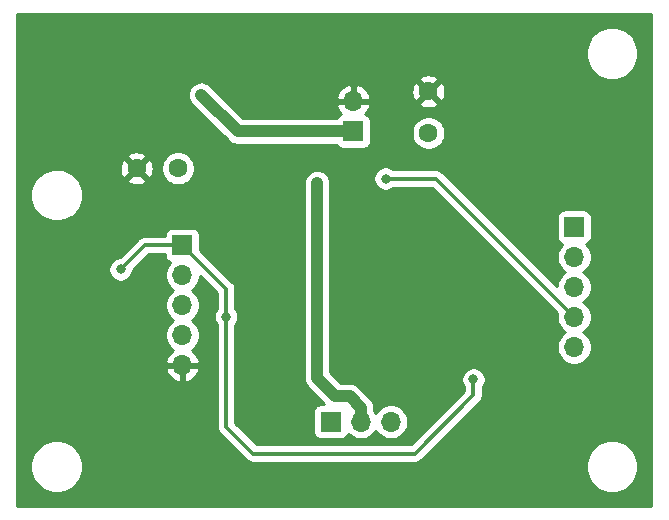
<source format=gbr>
%TF.GenerationSoftware,KiCad,Pcbnew,5.1.10-88a1d61d58~90~ubuntu20.04.1*%
%TF.CreationDate,2021-10-19T17:00:37+01:00*%
%TF.ProjectId,L6235-breakout,4c363233-352d-4627-9265-616b6f75742e,rev?*%
%TF.SameCoordinates,Original*%
%TF.FileFunction,Copper,L2,Bot*%
%TF.FilePolarity,Positive*%
%FSLAX46Y46*%
G04 Gerber Fmt 4.6, Leading zero omitted, Abs format (unit mm)*
G04 Created by KiCad (PCBNEW 5.1.10-88a1d61d58~90~ubuntu20.04.1) date 2021-10-19 17:00:37*
%MOMM*%
%LPD*%
G01*
G04 APERTURE LIST*
%TA.AperFunction,ComponentPad*%
%ADD10C,1.600000*%
%TD*%
%TA.AperFunction,ComponentPad*%
%ADD11O,1.700000X1.700000*%
%TD*%
%TA.AperFunction,ComponentPad*%
%ADD12R,1.700000X1.700000*%
%TD*%
%TA.AperFunction,ViaPad*%
%ADD13C,0.800000*%
%TD*%
%TA.AperFunction,Conductor*%
%ADD14C,1.000000*%
%TD*%
%TA.AperFunction,Conductor*%
%ADD15C,0.300000*%
%TD*%
%TA.AperFunction,Conductor*%
%ADD16C,0.254000*%
%TD*%
%TA.AperFunction,Conductor*%
%ADD17C,0.100000*%
%TD*%
G04 APERTURE END LIST*
D10*
%TO.P,C3,1*%
%TO.N,VSS*%
X36461700Y-157734000D03*
%TO.P,C3,2*%
%TO.N,GND*%
X36461700Y-154234000D03*
%TD*%
D11*
%TO.P,J1,5*%
%TO.N,TACHO*%
X48793400Y-175869600D03*
%TO.P,J1,4*%
%TO.N,BRAKE*%
X48793400Y-173329600D03*
%TO.P,J1,3*%
%TO.N,F-R*%
X48793400Y-170789600D03*
%TO.P,J1,2*%
%TO.N,Net-(J1-Pad2)*%
X48793400Y-168249600D03*
D12*
%TO.P,J1,1*%
%TO.N,Net-(J1-Pad1)*%
X48793400Y-165709600D03*
%TD*%
%TO.P,J2,1*%
%TO.N,+5V*%
X15633700Y-167246300D03*
D11*
%TO.P,J2,2*%
%TO.N,HALL1*%
X15633700Y-169786300D03*
%TO.P,J2,3*%
%TO.N,HALL2*%
X15633700Y-172326300D03*
%TO.P,J2,4*%
%TO.N,HALL3*%
X15633700Y-174866300D03*
%TO.P,J2,5*%
%TO.N,GND*%
X15633700Y-177406300D03*
%TD*%
D12*
%TO.P,J3,1*%
%TO.N,PHASE1*%
X28194000Y-182194200D03*
D11*
%TO.P,J3,2*%
%TO.N,PHASE2*%
X30734000Y-182194200D03*
%TO.P,J3,3*%
%TO.N,PHASE3*%
X33274000Y-182194200D03*
%TD*%
D12*
%TO.P,J5,1*%
%TO.N,VSS*%
X30086300Y-157607000D03*
D11*
%TO.P,J5,2*%
%TO.N,GND*%
X30086300Y-155067000D03*
%TD*%
D10*
%TO.P,C9,1*%
%TO.N,+5V*%
X15250000Y-160750000D03*
%TO.P,C9,2*%
%TO.N,GND*%
X11750000Y-160750000D03*
%TD*%
D13*
%TO.N,GND*%
X46723300Y-162128200D03*
X37907100Y-164132400D03*
X45570100Y-174647900D03*
X37907100Y-177873800D03*
X24975900Y-177424000D03*
X46800000Y-169400000D03*
%TO.N,VSS*%
X17220000Y-154530000D03*
%TO.N,+5V*%
X10388600Y-169291000D03*
X19333200Y-173287700D03*
X40260900Y-178610900D03*
%TO.N,BRAKE*%
X32829500Y-161607500D03*
%TO.N,PHASE2*%
X27025600Y-161988500D03*
%TD*%
D14*
%TO.N,VSS*%
X20297000Y-157607000D02*
X17220000Y-154530000D01*
X30086300Y-157607000D02*
X20297000Y-157607000D01*
D15*
%TO.N,+5V*%
X12433300Y-167246300D02*
X10388600Y-169291000D01*
X15633700Y-167246300D02*
X12433300Y-167246300D01*
X19333200Y-170945800D02*
X15633700Y-167246300D01*
X19333200Y-173287700D02*
X19333200Y-170945800D01*
X40260900Y-178610900D02*
X40260900Y-179944400D01*
X40260900Y-179944400D02*
X35306000Y-184899300D01*
X35306000Y-184899300D02*
X21615400Y-184899300D01*
X19333200Y-182617100D02*
X19333200Y-173287700D01*
X21615400Y-184899300D02*
X19333200Y-182617100D01*
%TO.N,BRAKE*%
X37071300Y-161607500D02*
X48793400Y-173329600D01*
X32829500Y-161607500D02*
X37071300Y-161607500D01*
D14*
%TO.N,PHASE2*%
X27025600Y-178485800D02*
X27025600Y-161988500D01*
X30734000Y-180992119D02*
X29777081Y-180035200D01*
X30734000Y-182194200D02*
X30734000Y-180992119D01*
X28575000Y-180035200D02*
X27025600Y-178485800D01*
X29777081Y-180035200D02*
X28575000Y-180035200D01*
%TD*%
D16*
%TO.N,GND*%
X55340001Y-189340000D02*
X1660000Y-189340000D01*
X1660000Y-185779872D01*
X2765000Y-185779872D01*
X2765000Y-186220128D01*
X2850890Y-186651925D01*
X3019369Y-187058669D01*
X3263962Y-187424729D01*
X3575271Y-187736038D01*
X3941331Y-187980631D01*
X4348075Y-188149110D01*
X4779872Y-188235000D01*
X5220128Y-188235000D01*
X5651925Y-188149110D01*
X6058669Y-187980631D01*
X6424729Y-187736038D01*
X6736038Y-187424729D01*
X6980631Y-187058669D01*
X7149110Y-186651925D01*
X7235000Y-186220128D01*
X7235000Y-185779872D01*
X49765000Y-185779872D01*
X49765000Y-186220128D01*
X49850890Y-186651925D01*
X50019369Y-187058669D01*
X50263962Y-187424729D01*
X50575271Y-187736038D01*
X50941331Y-187980631D01*
X51348075Y-188149110D01*
X51779872Y-188235000D01*
X52220128Y-188235000D01*
X52651925Y-188149110D01*
X53058669Y-187980631D01*
X53424729Y-187736038D01*
X53736038Y-187424729D01*
X53980631Y-187058669D01*
X54149110Y-186651925D01*
X54235000Y-186220128D01*
X54235000Y-185779872D01*
X54149110Y-185348075D01*
X53980631Y-184941331D01*
X53736038Y-184575271D01*
X53424729Y-184263962D01*
X53058669Y-184019369D01*
X52651925Y-183850890D01*
X52220128Y-183765000D01*
X51779872Y-183765000D01*
X51348075Y-183850890D01*
X50941331Y-184019369D01*
X50575271Y-184263962D01*
X50263962Y-184575271D01*
X50019369Y-184941331D01*
X49850890Y-185348075D01*
X49765000Y-185779872D01*
X7235000Y-185779872D01*
X7149110Y-185348075D01*
X6980631Y-184941331D01*
X6736038Y-184575271D01*
X6424729Y-184263962D01*
X6058669Y-184019369D01*
X5651925Y-183850890D01*
X5220128Y-183765000D01*
X4779872Y-183765000D01*
X4348075Y-183850890D01*
X3941331Y-184019369D01*
X3575271Y-184263962D01*
X3263962Y-184575271D01*
X3019369Y-184941331D01*
X2850890Y-185348075D01*
X2765000Y-185779872D01*
X1660000Y-185779872D01*
X1660000Y-177763190D01*
X14192224Y-177763190D01*
X14236875Y-177910399D01*
X14362059Y-178173220D01*
X14536112Y-178406569D01*
X14752345Y-178601478D01*
X15002448Y-178750457D01*
X15276809Y-178847781D01*
X15506700Y-178727114D01*
X15506700Y-177533300D01*
X15760700Y-177533300D01*
X15760700Y-178727114D01*
X15990591Y-178847781D01*
X16264952Y-178750457D01*
X16515055Y-178601478D01*
X16731288Y-178406569D01*
X16905341Y-178173220D01*
X17030525Y-177910399D01*
X17075176Y-177763190D01*
X16953855Y-177533300D01*
X15760700Y-177533300D01*
X15506700Y-177533300D01*
X14313545Y-177533300D01*
X14192224Y-177763190D01*
X1660000Y-177763190D01*
X1660000Y-169189061D01*
X9353600Y-169189061D01*
X9353600Y-169392939D01*
X9393374Y-169592898D01*
X9471395Y-169781256D01*
X9584663Y-169950774D01*
X9728826Y-170094937D01*
X9898344Y-170208205D01*
X10086702Y-170286226D01*
X10286661Y-170326000D01*
X10490539Y-170326000D01*
X10690498Y-170286226D01*
X10878856Y-170208205D01*
X11048374Y-170094937D01*
X11192537Y-169950774D01*
X11305805Y-169781256D01*
X11383826Y-169592898D01*
X11423600Y-169392939D01*
X11423600Y-169366157D01*
X12758458Y-168031300D01*
X14145628Y-168031300D01*
X14145628Y-168096300D01*
X14157888Y-168220782D01*
X14194198Y-168340480D01*
X14253163Y-168450794D01*
X14332515Y-168547485D01*
X14429206Y-168626837D01*
X14539520Y-168685802D01*
X14612080Y-168707813D01*
X14480225Y-168839668D01*
X14317710Y-169082889D01*
X14205768Y-169353142D01*
X14148700Y-169640040D01*
X14148700Y-169932560D01*
X14205768Y-170219458D01*
X14317710Y-170489711D01*
X14480225Y-170732932D01*
X14687068Y-170939775D01*
X14861460Y-171056300D01*
X14687068Y-171172825D01*
X14480225Y-171379668D01*
X14317710Y-171622889D01*
X14205768Y-171893142D01*
X14148700Y-172180040D01*
X14148700Y-172472560D01*
X14205768Y-172759458D01*
X14317710Y-173029711D01*
X14480225Y-173272932D01*
X14687068Y-173479775D01*
X14861460Y-173596300D01*
X14687068Y-173712825D01*
X14480225Y-173919668D01*
X14317710Y-174162889D01*
X14205768Y-174433142D01*
X14148700Y-174720040D01*
X14148700Y-175012560D01*
X14205768Y-175299458D01*
X14317710Y-175569711D01*
X14480225Y-175812932D01*
X14687068Y-176019775D01*
X14869234Y-176141495D01*
X14752345Y-176211122D01*
X14536112Y-176406031D01*
X14362059Y-176639380D01*
X14236875Y-176902201D01*
X14192224Y-177049410D01*
X14313545Y-177279300D01*
X15506700Y-177279300D01*
X15506700Y-177259300D01*
X15760700Y-177259300D01*
X15760700Y-177279300D01*
X16953855Y-177279300D01*
X17075176Y-177049410D01*
X17030525Y-176902201D01*
X16905341Y-176639380D01*
X16731288Y-176406031D01*
X16515055Y-176211122D01*
X16398166Y-176141495D01*
X16580332Y-176019775D01*
X16787175Y-175812932D01*
X16949690Y-175569711D01*
X17061632Y-175299458D01*
X17118700Y-175012560D01*
X17118700Y-174720040D01*
X17061632Y-174433142D01*
X16949690Y-174162889D01*
X16787175Y-173919668D01*
X16580332Y-173712825D01*
X16405940Y-173596300D01*
X16580332Y-173479775D01*
X16787175Y-173272932D01*
X16949690Y-173029711D01*
X17061632Y-172759458D01*
X17118700Y-172472560D01*
X17118700Y-172180040D01*
X17061632Y-171893142D01*
X16949690Y-171622889D01*
X16787175Y-171379668D01*
X16580332Y-171172825D01*
X16405940Y-171056300D01*
X16580332Y-170939775D01*
X16787175Y-170732932D01*
X16949690Y-170489711D01*
X17061632Y-170219458D01*
X17118700Y-169932560D01*
X17118700Y-169841458D01*
X18548201Y-171270959D01*
X18548200Y-172608989D01*
X18529263Y-172627926D01*
X18415995Y-172797444D01*
X18337974Y-172985802D01*
X18298200Y-173185761D01*
X18298200Y-173389639D01*
X18337974Y-173589598D01*
X18415995Y-173777956D01*
X18529263Y-173947474D01*
X18548201Y-173966412D01*
X18548200Y-182578547D01*
X18544403Y-182617100D01*
X18548200Y-182655653D01*
X18548200Y-182655660D01*
X18559559Y-182770986D01*
X18604446Y-182918959D01*
X18677338Y-183055332D01*
X18775436Y-183174864D01*
X18805390Y-183199447D01*
X21033058Y-185427116D01*
X21057636Y-185457064D01*
X21087584Y-185481642D01*
X21087587Y-185481645D01*
X21116959Y-185505750D01*
X21177167Y-185555162D01*
X21313540Y-185628054D01*
X21461512Y-185672941D01*
X21475890Y-185674357D01*
X21576839Y-185684300D01*
X21576846Y-185684300D01*
X21615399Y-185688097D01*
X21653952Y-185684300D01*
X35267447Y-185684300D01*
X35306000Y-185688097D01*
X35344553Y-185684300D01*
X35344561Y-185684300D01*
X35459887Y-185672941D01*
X35607860Y-185628054D01*
X35744233Y-185555162D01*
X35863764Y-185457064D01*
X35888347Y-185427110D01*
X40788710Y-180526747D01*
X40818664Y-180502164D01*
X40916762Y-180382633D01*
X40989654Y-180246260D01*
X41008034Y-180185670D01*
X41034542Y-180098287D01*
X41041920Y-180023374D01*
X41045900Y-179982961D01*
X41045900Y-179982956D01*
X41049697Y-179944400D01*
X41045900Y-179905844D01*
X41045900Y-179289611D01*
X41064837Y-179270674D01*
X41178105Y-179101156D01*
X41256126Y-178912798D01*
X41295900Y-178712839D01*
X41295900Y-178508961D01*
X41256126Y-178309002D01*
X41178105Y-178120644D01*
X41064837Y-177951126D01*
X40920674Y-177806963D01*
X40751156Y-177693695D01*
X40562798Y-177615674D01*
X40362839Y-177575900D01*
X40158961Y-177575900D01*
X39959002Y-177615674D01*
X39770644Y-177693695D01*
X39601126Y-177806963D01*
X39456963Y-177951126D01*
X39343695Y-178120644D01*
X39265674Y-178309002D01*
X39225900Y-178508961D01*
X39225900Y-178712839D01*
X39265674Y-178912798D01*
X39343695Y-179101156D01*
X39456963Y-179270674D01*
X39475901Y-179289612D01*
X39475901Y-179619242D01*
X34980843Y-184114300D01*
X21940558Y-184114300D01*
X20118200Y-182291943D01*
X20118200Y-178485800D01*
X25885109Y-178485800D01*
X25890600Y-178541551D01*
X25907023Y-178708298D01*
X25971924Y-178922246D01*
X26077316Y-179119423D01*
X26219151Y-179292249D01*
X26262465Y-179327796D01*
X27640796Y-180706128D01*
X27344000Y-180706128D01*
X27219518Y-180718388D01*
X27099820Y-180754698D01*
X26989506Y-180813663D01*
X26892815Y-180893015D01*
X26813463Y-180989706D01*
X26754498Y-181100020D01*
X26718188Y-181219718D01*
X26705928Y-181344200D01*
X26705928Y-183044200D01*
X26718188Y-183168682D01*
X26754498Y-183288380D01*
X26813463Y-183398694D01*
X26892815Y-183495385D01*
X26989506Y-183574737D01*
X27099820Y-183633702D01*
X27219518Y-183670012D01*
X27344000Y-183682272D01*
X29044000Y-183682272D01*
X29168482Y-183670012D01*
X29288180Y-183633702D01*
X29398494Y-183574737D01*
X29495185Y-183495385D01*
X29574537Y-183398694D01*
X29633502Y-183288380D01*
X29655513Y-183215820D01*
X29787368Y-183347675D01*
X30030589Y-183510190D01*
X30300842Y-183622132D01*
X30587740Y-183679200D01*
X30880260Y-183679200D01*
X31167158Y-183622132D01*
X31437411Y-183510190D01*
X31680632Y-183347675D01*
X31887475Y-183140832D01*
X32004000Y-182966440D01*
X32120525Y-183140832D01*
X32327368Y-183347675D01*
X32570589Y-183510190D01*
X32840842Y-183622132D01*
X33127740Y-183679200D01*
X33420260Y-183679200D01*
X33707158Y-183622132D01*
X33977411Y-183510190D01*
X34220632Y-183347675D01*
X34427475Y-183140832D01*
X34589990Y-182897611D01*
X34701932Y-182627358D01*
X34759000Y-182340460D01*
X34759000Y-182047940D01*
X34701932Y-181761042D01*
X34589990Y-181490789D01*
X34427475Y-181247568D01*
X34220632Y-181040725D01*
X33977411Y-180878210D01*
X33707158Y-180766268D01*
X33420260Y-180709200D01*
X33127740Y-180709200D01*
X32840842Y-180766268D01*
X32570589Y-180878210D01*
X32327368Y-181040725D01*
X32120525Y-181247568D01*
X32004000Y-181421960D01*
X31887475Y-181247568D01*
X31869000Y-181229093D01*
X31869000Y-181047871D01*
X31874491Y-180992119D01*
X31852577Y-180769620D01*
X31787676Y-180555672D01*
X31682284Y-180358496D01*
X31540449Y-180185670D01*
X31497140Y-180150127D01*
X30619077Y-179272064D01*
X30583530Y-179228751D01*
X30410704Y-179086916D01*
X30213528Y-178981524D01*
X29999580Y-178916623D01*
X29832833Y-178900200D01*
X29832832Y-178900200D01*
X29777081Y-178894709D01*
X29721330Y-178900200D01*
X29045132Y-178900200D01*
X28160600Y-178015669D01*
X28160600Y-161932748D01*
X28144177Y-161766001D01*
X28079276Y-161552053D01*
X28054426Y-161505561D01*
X31794500Y-161505561D01*
X31794500Y-161709439D01*
X31834274Y-161909398D01*
X31912295Y-162097756D01*
X32025563Y-162267274D01*
X32169726Y-162411437D01*
X32339244Y-162524705D01*
X32527602Y-162602726D01*
X32727561Y-162642500D01*
X32931439Y-162642500D01*
X33131398Y-162602726D01*
X33319756Y-162524705D01*
X33489274Y-162411437D01*
X33508211Y-162392500D01*
X36746143Y-162392500D01*
X47346325Y-172992682D01*
X47308400Y-173183340D01*
X47308400Y-173475860D01*
X47365468Y-173762758D01*
X47477410Y-174033011D01*
X47639925Y-174276232D01*
X47846768Y-174483075D01*
X48021160Y-174599600D01*
X47846768Y-174716125D01*
X47639925Y-174922968D01*
X47477410Y-175166189D01*
X47365468Y-175436442D01*
X47308400Y-175723340D01*
X47308400Y-176015860D01*
X47365468Y-176302758D01*
X47477410Y-176573011D01*
X47639925Y-176816232D01*
X47846768Y-177023075D01*
X48089989Y-177185590D01*
X48360242Y-177297532D01*
X48647140Y-177354600D01*
X48939660Y-177354600D01*
X49226558Y-177297532D01*
X49496811Y-177185590D01*
X49740032Y-177023075D01*
X49946875Y-176816232D01*
X50109390Y-176573011D01*
X50221332Y-176302758D01*
X50278400Y-176015860D01*
X50278400Y-175723340D01*
X50221332Y-175436442D01*
X50109390Y-175166189D01*
X49946875Y-174922968D01*
X49740032Y-174716125D01*
X49565640Y-174599600D01*
X49740032Y-174483075D01*
X49946875Y-174276232D01*
X50109390Y-174033011D01*
X50221332Y-173762758D01*
X50278400Y-173475860D01*
X50278400Y-173183340D01*
X50221332Y-172896442D01*
X50109390Y-172626189D01*
X49946875Y-172382968D01*
X49740032Y-172176125D01*
X49565640Y-172059600D01*
X49740032Y-171943075D01*
X49946875Y-171736232D01*
X50109390Y-171493011D01*
X50221332Y-171222758D01*
X50278400Y-170935860D01*
X50278400Y-170643340D01*
X50221332Y-170356442D01*
X50109390Y-170086189D01*
X49946875Y-169842968D01*
X49740032Y-169636125D01*
X49565640Y-169519600D01*
X49740032Y-169403075D01*
X49946875Y-169196232D01*
X50109390Y-168953011D01*
X50221332Y-168682758D01*
X50278400Y-168395860D01*
X50278400Y-168103340D01*
X50221332Y-167816442D01*
X50109390Y-167546189D01*
X49946875Y-167302968D01*
X49815020Y-167171113D01*
X49887580Y-167149102D01*
X49997894Y-167090137D01*
X50094585Y-167010785D01*
X50173937Y-166914094D01*
X50232902Y-166803780D01*
X50269212Y-166684082D01*
X50281472Y-166559600D01*
X50281472Y-164859600D01*
X50269212Y-164735118D01*
X50232902Y-164615420D01*
X50173937Y-164505106D01*
X50094585Y-164408415D01*
X49997894Y-164329063D01*
X49887580Y-164270098D01*
X49767882Y-164233788D01*
X49643400Y-164221528D01*
X47943400Y-164221528D01*
X47818918Y-164233788D01*
X47699220Y-164270098D01*
X47588906Y-164329063D01*
X47492215Y-164408415D01*
X47412863Y-164505106D01*
X47353898Y-164615420D01*
X47317588Y-164735118D01*
X47305328Y-164859600D01*
X47305328Y-166559600D01*
X47317588Y-166684082D01*
X47353898Y-166803780D01*
X47412863Y-166914094D01*
X47492215Y-167010785D01*
X47588906Y-167090137D01*
X47699220Y-167149102D01*
X47771780Y-167171113D01*
X47639925Y-167302968D01*
X47477410Y-167546189D01*
X47365468Y-167816442D01*
X47308400Y-168103340D01*
X47308400Y-168395860D01*
X47365468Y-168682758D01*
X47477410Y-168953011D01*
X47639925Y-169196232D01*
X47846768Y-169403075D01*
X48021160Y-169519600D01*
X47846768Y-169636125D01*
X47639925Y-169842968D01*
X47477410Y-170086189D01*
X47365468Y-170356442D01*
X47308400Y-170643340D01*
X47308400Y-170734443D01*
X37653647Y-161079690D01*
X37629064Y-161049736D01*
X37509533Y-160951638D01*
X37373160Y-160878746D01*
X37225187Y-160833859D01*
X37109861Y-160822500D01*
X37109853Y-160822500D01*
X37071300Y-160818703D01*
X37032747Y-160822500D01*
X33508211Y-160822500D01*
X33489274Y-160803563D01*
X33319756Y-160690295D01*
X33131398Y-160612274D01*
X32931439Y-160572500D01*
X32727561Y-160572500D01*
X32527602Y-160612274D01*
X32339244Y-160690295D01*
X32169726Y-160803563D01*
X32025563Y-160947726D01*
X31912295Y-161117244D01*
X31834274Y-161305602D01*
X31794500Y-161505561D01*
X28054426Y-161505561D01*
X27973884Y-161354877D01*
X27832049Y-161182051D01*
X27659223Y-161040216D01*
X27462047Y-160934824D01*
X27248099Y-160869923D01*
X27025600Y-160848009D01*
X26803102Y-160869923D01*
X26589154Y-160934824D01*
X26391978Y-161040216D01*
X26219152Y-161182051D01*
X26077317Y-161354877D01*
X25971925Y-161552053D01*
X25907024Y-161766001D01*
X25890601Y-161932748D01*
X25890600Y-178430049D01*
X25885109Y-178485800D01*
X20118200Y-178485800D01*
X20118200Y-173966411D01*
X20137137Y-173947474D01*
X20250405Y-173777956D01*
X20328426Y-173589598D01*
X20368200Y-173389639D01*
X20368200Y-173185761D01*
X20328426Y-172985802D01*
X20250405Y-172797444D01*
X20137137Y-172627926D01*
X20118200Y-172608989D01*
X20118200Y-170984352D01*
X20121997Y-170945799D01*
X20118200Y-170907246D01*
X20118200Y-170907239D01*
X20106841Y-170791913D01*
X20061954Y-170643940D01*
X19989062Y-170507567D01*
X19890964Y-170388036D01*
X19861016Y-170363458D01*
X17121772Y-167624215D01*
X17121772Y-166396300D01*
X17109512Y-166271818D01*
X17073202Y-166152120D01*
X17014237Y-166041806D01*
X16934885Y-165945115D01*
X16838194Y-165865763D01*
X16727880Y-165806798D01*
X16608182Y-165770488D01*
X16483700Y-165758228D01*
X14783700Y-165758228D01*
X14659218Y-165770488D01*
X14539520Y-165806798D01*
X14429206Y-165865763D01*
X14332515Y-165945115D01*
X14253163Y-166041806D01*
X14194198Y-166152120D01*
X14157888Y-166271818D01*
X14145628Y-166396300D01*
X14145628Y-166461300D01*
X12471852Y-166461300D01*
X12433299Y-166457503D01*
X12394746Y-166461300D01*
X12394739Y-166461300D01*
X12293790Y-166471243D01*
X12279412Y-166472659D01*
X12244972Y-166483106D01*
X12131440Y-166517546D01*
X11995067Y-166590438D01*
X11934859Y-166639850D01*
X11905487Y-166663955D01*
X11905484Y-166663958D01*
X11875536Y-166688536D01*
X11850958Y-166718484D01*
X10313443Y-168256000D01*
X10286661Y-168256000D01*
X10086702Y-168295774D01*
X9898344Y-168373795D01*
X9728826Y-168487063D01*
X9584663Y-168631226D01*
X9471395Y-168800744D01*
X9393374Y-168989102D01*
X9353600Y-169189061D01*
X1660000Y-169189061D01*
X1660000Y-162779872D01*
X2765000Y-162779872D01*
X2765000Y-163220128D01*
X2850890Y-163651925D01*
X3019369Y-164058669D01*
X3263962Y-164424729D01*
X3575271Y-164736038D01*
X3941331Y-164980631D01*
X4348075Y-165149110D01*
X4779872Y-165235000D01*
X5220128Y-165235000D01*
X5651925Y-165149110D01*
X6058669Y-164980631D01*
X6424729Y-164736038D01*
X6736038Y-164424729D01*
X6980631Y-164058669D01*
X7149110Y-163651925D01*
X7235000Y-163220128D01*
X7235000Y-162779872D01*
X7149110Y-162348075D01*
X6980631Y-161941331D01*
X6847912Y-161742702D01*
X10936903Y-161742702D01*
X11008486Y-161986671D01*
X11263996Y-162107571D01*
X11538184Y-162176300D01*
X11820512Y-162190217D01*
X12100130Y-162148787D01*
X12366292Y-162053603D01*
X12491514Y-161986671D01*
X12563097Y-161742702D01*
X11750000Y-160929605D01*
X10936903Y-161742702D01*
X6847912Y-161742702D01*
X6736038Y-161575271D01*
X6424729Y-161263962D01*
X6058669Y-161019369D01*
X5651925Y-160850890D01*
X5499205Y-160820512D01*
X10309783Y-160820512D01*
X10351213Y-161100130D01*
X10446397Y-161366292D01*
X10513329Y-161491514D01*
X10757298Y-161563097D01*
X11570395Y-160750000D01*
X11929605Y-160750000D01*
X12742702Y-161563097D01*
X12986671Y-161491514D01*
X13107571Y-161236004D01*
X13176300Y-160961816D01*
X13190217Y-160679488D01*
X13179724Y-160608665D01*
X13815000Y-160608665D01*
X13815000Y-160891335D01*
X13870147Y-161168574D01*
X13978320Y-161429727D01*
X14135363Y-161664759D01*
X14335241Y-161864637D01*
X14570273Y-162021680D01*
X14831426Y-162129853D01*
X15108665Y-162185000D01*
X15391335Y-162185000D01*
X15668574Y-162129853D01*
X15929727Y-162021680D01*
X16164759Y-161864637D01*
X16364637Y-161664759D01*
X16521680Y-161429727D01*
X16629853Y-161168574D01*
X16685000Y-160891335D01*
X16685000Y-160608665D01*
X16629853Y-160331426D01*
X16521680Y-160070273D01*
X16364637Y-159835241D01*
X16164759Y-159635363D01*
X15929727Y-159478320D01*
X15668574Y-159370147D01*
X15391335Y-159315000D01*
X15108665Y-159315000D01*
X14831426Y-159370147D01*
X14570273Y-159478320D01*
X14335241Y-159635363D01*
X14135363Y-159835241D01*
X13978320Y-160070273D01*
X13870147Y-160331426D01*
X13815000Y-160608665D01*
X13179724Y-160608665D01*
X13148787Y-160399870D01*
X13053603Y-160133708D01*
X12986671Y-160008486D01*
X12742702Y-159936903D01*
X11929605Y-160750000D01*
X11570395Y-160750000D01*
X10757298Y-159936903D01*
X10513329Y-160008486D01*
X10392429Y-160263996D01*
X10323700Y-160538184D01*
X10309783Y-160820512D01*
X5499205Y-160820512D01*
X5220128Y-160765000D01*
X4779872Y-160765000D01*
X4348075Y-160850890D01*
X3941331Y-161019369D01*
X3575271Y-161263962D01*
X3263962Y-161575271D01*
X3019369Y-161941331D01*
X2850890Y-162348075D01*
X2765000Y-162779872D01*
X1660000Y-162779872D01*
X1660000Y-159757298D01*
X10936903Y-159757298D01*
X11750000Y-160570395D01*
X12563097Y-159757298D01*
X12491514Y-159513329D01*
X12236004Y-159392429D01*
X11961816Y-159323700D01*
X11679488Y-159309783D01*
X11399870Y-159351213D01*
X11133708Y-159446397D01*
X11008486Y-159513329D01*
X10936903Y-159757298D01*
X1660000Y-159757298D01*
X1660000Y-154530000D01*
X16079509Y-154530000D01*
X16101423Y-154752498D01*
X16166324Y-154966446D01*
X16271717Y-155163622D01*
X16378012Y-155293143D01*
X19455009Y-158370141D01*
X19490551Y-158413449D01*
X19663377Y-158555284D01*
X19860553Y-158660676D01*
X19994076Y-158701180D01*
X20074500Y-158725577D01*
X20296999Y-158747491D01*
X20352751Y-158742000D01*
X28668617Y-158742000D01*
X28705763Y-158811494D01*
X28785115Y-158908185D01*
X28881806Y-158987537D01*
X28992120Y-159046502D01*
X29111818Y-159082812D01*
X29236300Y-159095072D01*
X30936300Y-159095072D01*
X31060782Y-159082812D01*
X31180480Y-159046502D01*
X31290794Y-158987537D01*
X31387485Y-158908185D01*
X31466837Y-158811494D01*
X31525802Y-158701180D01*
X31562112Y-158581482D01*
X31574372Y-158457000D01*
X31574372Y-157592665D01*
X35026700Y-157592665D01*
X35026700Y-157875335D01*
X35081847Y-158152574D01*
X35190020Y-158413727D01*
X35347063Y-158648759D01*
X35546941Y-158848637D01*
X35781973Y-159005680D01*
X36043126Y-159113853D01*
X36320365Y-159169000D01*
X36603035Y-159169000D01*
X36880274Y-159113853D01*
X37141427Y-159005680D01*
X37376459Y-158848637D01*
X37576337Y-158648759D01*
X37733380Y-158413727D01*
X37841553Y-158152574D01*
X37896700Y-157875335D01*
X37896700Y-157592665D01*
X37841553Y-157315426D01*
X37733380Y-157054273D01*
X37576337Y-156819241D01*
X37376459Y-156619363D01*
X37141427Y-156462320D01*
X36880274Y-156354147D01*
X36603035Y-156299000D01*
X36320365Y-156299000D01*
X36043126Y-156354147D01*
X35781973Y-156462320D01*
X35546941Y-156619363D01*
X35347063Y-156819241D01*
X35190020Y-157054273D01*
X35081847Y-157315426D01*
X35026700Y-157592665D01*
X31574372Y-157592665D01*
X31574372Y-156757000D01*
X31562112Y-156632518D01*
X31525802Y-156512820D01*
X31466837Y-156402506D01*
X31387485Y-156305815D01*
X31290794Y-156226463D01*
X31180480Y-156167498D01*
X31099834Y-156143034D01*
X31183888Y-156067269D01*
X31357941Y-155833920D01*
X31483125Y-155571099D01*
X31527776Y-155423890D01*
X31423713Y-155226702D01*
X35648603Y-155226702D01*
X35720186Y-155470671D01*
X35975696Y-155591571D01*
X36249884Y-155660300D01*
X36532212Y-155674217D01*
X36811830Y-155632787D01*
X37077992Y-155537603D01*
X37203214Y-155470671D01*
X37274797Y-155226702D01*
X36461700Y-154413605D01*
X35648603Y-155226702D01*
X31423713Y-155226702D01*
X31406455Y-155194000D01*
X30213300Y-155194000D01*
X30213300Y-155214000D01*
X29959300Y-155214000D01*
X29959300Y-155194000D01*
X28766145Y-155194000D01*
X28644824Y-155423890D01*
X28689475Y-155571099D01*
X28814659Y-155833920D01*
X28988712Y-156067269D01*
X29072766Y-156143034D01*
X28992120Y-156167498D01*
X28881806Y-156226463D01*
X28785115Y-156305815D01*
X28705763Y-156402506D01*
X28668617Y-156472000D01*
X20767132Y-156472000D01*
X19005242Y-154710110D01*
X28644824Y-154710110D01*
X28766145Y-154940000D01*
X29959300Y-154940000D01*
X29959300Y-153746186D01*
X30213300Y-153746186D01*
X30213300Y-154940000D01*
X31406455Y-154940000D01*
X31527776Y-154710110D01*
X31483125Y-154562901D01*
X31360053Y-154304512D01*
X35021483Y-154304512D01*
X35062913Y-154584130D01*
X35158097Y-154850292D01*
X35225029Y-154975514D01*
X35468998Y-155047097D01*
X36282095Y-154234000D01*
X36641305Y-154234000D01*
X37454402Y-155047097D01*
X37698371Y-154975514D01*
X37819271Y-154720004D01*
X37888000Y-154445816D01*
X37901917Y-154163488D01*
X37860487Y-153883870D01*
X37765303Y-153617708D01*
X37698371Y-153492486D01*
X37454402Y-153420903D01*
X36641305Y-154234000D01*
X36282095Y-154234000D01*
X35468998Y-153420903D01*
X35225029Y-153492486D01*
X35104129Y-153747996D01*
X35035400Y-154022184D01*
X35021483Y-154304512D01*
X31360053Y-154304512D01*
X31357941Y-154300080D01*
X31183888Y-154066731D01*
X30967655Y-153871822D01*
X30717552Y-153722843D01*
X30443191Y-153625519D01*
X30213300Y-153746186D01*
X29959300Y-153746186D01*
X29729409Y-153625519D01*
X29455048Y-153722843D01*
X29204945Y-153871822D01*
X28988712Y-154066731D01*
X28814659Y-154300080D01*
X28689475Y-154562901D01*
X28644824Y-154710110D01*
X19005242Y-154710110D01*
X17983143Y-153688012D01*
X17853622Y-153581717D01*
X17656446Y-153476324D01*
X17442498Y-153411423D01*
X17220000Y-153389509D01*
X16997502Y-153411423D01*
X16783554Y-153476324D01*
X16586378Y-153581717D01*
X16413552Y-153723552D01*
X16271717Y-153896378D01*
X16166324Y-154093554D01*
X16101423Y-154307502D01*
X16079509Y-154530000D01*
X1660000Y-154530000D01*
X1660000Y-153241298D01*
X35648603Y-153241298D01*
X36461700Y-154054395D01*
X37274797Y-153241298D01*
X37203214Y-152997329D01*
X36947704Y-152876429D01*
X36673516Y-152807700D01*
X36391188Y-152793783D01*
X36111570Y-152835213D01*
X35845408Y-152930397D01*
X35720186Y-152997329D01*
X35648603Y-153241298D01*
X1660000Y-153241298D01*
X1660000Y-150779872D01*
X49765000Y-150779872D01*
X49765000Y-151220128D01*
X49850890Y-151651925D01*
X50019369Y-152058669D01*
X50263962Y-152424729D01*
X50575271Y-152736038D01*
X50941331Y-152980631D01*
X51348075Y-153149110D01*
X51779872Y-153235000D01*
X52220128Y-153235000D01*
X52651925Y-153149110D01*
X53058669Y-152980631D01*
X53424729Y-152736038D01*
X53736038Y-152424729D01*
X53980631Y-152058669D01*
X54149110Y-151651925D01*
X54235000Y-151220128D01*
X54235000Y-150779872D01*
X54149110Y-150348075D01*
X53980631Y-149941331D01*
X53736038Y-149575271D01*
X53424729Y-149263962D01*
X53058669Y-149019369D01*
X52651925Y-148850890D01*
X52220128Y-148765000D01*
X51779872Y-148765000D01*
X51348075Y-148850890D01*
X50941331Y-149019369D01*
X50575271Y-149263962D01*
X50263962Y-149575271D01*
X50019369Y-149941331D01*
X49850890Y-150348075D01*
X49765000Y-150779872D01*
X1660000Y-150779872D01*
X1660000Y-147660000D01*
X55340000Y-147660000D01*
X55340001Y-189340000D01*
%TA.AperFunction,Conductor*%
D17*
G36*
X55340001Y-189340000D02*
G01*
X1660000Y-189340000D01*
X1660000Y-185779872D01*
X2765000Y-185779872D01*
X2765000Y-186220128D01*
X2850890Y-186651925D01*
X3019369Y-187058669D01*
X3263962Y-187424729D01*
X3575271Y-187736038D01*
X3941331Y-187980631D01*
X4348075Y-188149110D01*
X4779872Y-188235000D01*
X5220128Y-188235000D01*
X5651925Y-188149110D01*
X6058669Y-187980631D01*
X6424729Y-187736038D01*
X6736038Y-187424729D01*
X6980631Y-187058669D01*
X7149110Y-186651925D01*
X7235000Y-186220128D01*
X7235000Y-185779872D01*
X49765000Y-185779872D01*
X49765000Y-186220128D01*
X49850890Y-186651925D01*
X50019369Y-187058669D01*
X50263962Y-187424729D01*
X50575271Y-187736038D01*
X50941331Y-187980631D01*
X51348075Y-188149110D01*
X51779872Y-188235000D01*
X52220128Y-188235000D01*
X52651925Y-188149110D01*
X53058669Y-187980631D01*
X53424729Y-187736038D01*
X53736038Y-187424729D01*
X53980631Y-187058669D01*
X54149110Y-186651925D01*
X54235000Y-186220128D01*
X54235000Y-185779872D01*
X54149110Y-185348075D01*
X53980631Y-184941331D01*
X53736038Y-184575271D01*
X53424729Y-184263962D01*
X53058669Y-184019369D01*
X52651925Y-183850890D01*
X52220128Y-183765000D01*
X51779872Y-183765000D01*
X51348075Y-183850890D01*
X50941331Y-184019369D01*
X50575271Y-184263962D01*
X50263962Y-184575271D01*
X50019369Y-184941331D01*
X49850890Y-185348075D01*
X49765000Y-185779872D01*
X7235000Y-185779872D01*
X7149110Y-185348075D01*
X6980631Y-184941331D01*
X6736038Y-184575271D01*
X6424729Y-184263962D01*
X6058669Y-184019369D01*
X5651925Y-183850890D01*
X5220128Y-183765000D01*
X4779872Y-183765000D01*
X4348075Y-183850890D01*
X3941331Y-184019369D01*
X3575271Y-184263962D01*
X3263962Y-184575271D01*
X3019369Y-184941331D01*
X2850890Y-185348075D01*
X2765000Y-185779872D01*
X1660000Y-185779872D01*
X1660000Y-177763190D01*
X14192224Y-177763190D01*
X14236875Y-177910399D01*
X14362059Y-178173220D01*
X14536112Y-178406569D01*
X14752345Y-178601478D01*
X15002448Y-178750457D01*
X15276809Y-178847781D01*
X15506700Y-178727114D01*
X15506700Y-177533300D01*
X15760700Y-177533300D01*
X15760700Y-178727114D01*
X15990591Y-178847781D01*
X16264952Y-178750457D01*
X16515055Y-178601478D01*
X16731288Y-178406569D01*
X16905341Y-178173220D01*
X17030525Y-177910399D01*
X17075176Y-177763190D01*
X16953855Y-177533300D01*
X15760700Y-177533300D01*
X15506700Y-177533300D01*
X14313545Y-177533300D01*
X14192224Y-177763190D01*
X1660000Y-177763190D01*
X1660000Y-169189061D01*
X9353600Y-169189061D01*
X9353600Y-169392939D01*
X9393374Y-169592898D01*
X9471395Y-169781256D01*
X9584663Y-169950774D01*
X9728826Y-170094937D01*
X9898344Y-170208205D01*
X10086702Y-170286226D01*
X10286661Y-170326000D01*
X10490539Y-170326000D01*
X10690498Y-170286226D01*
X10878856Y-170208205D01*
X11048374Y-170094937D01*
X11192537Y-169950774D01*
X11305805Y-169781256D01*
X11383826Y-169592898D01*
X11423600Y-169392939D01*
X11423600Y-169366157D01*
X12758458Y-168031300D01*
X14145628Y-168031300D01*
X14145628Y-168096300D01*
X14157888Y-168220782D01*
X14194198Y-168340480D01*
X14253163Y-168450794D01*
X14332515Y-168547485D01*
X14429206Y-168626837D01*
X14539520Y-168685802D01*
X14612080Y-168707813D01*
X14480225Y-168839668D01*
X14317710Y-169082889D01*
X14205768Y-169353142D01*
X14148700Y-169640040D01*
X14148700Y-169932560D01*
X14205768Y-170219458D01*
X14317710Y-170489711D01*
X14480225Y-170732932D01*
X14687068Y-170939775D01*
X14861460Y-171056300D01*
X14687068Y-171172825D01*
X14480225Y-171379668D01*
X14317710Y-171622889D01*
X14205768Y-171893142D01*
X14148700Y-172180040D01*
X14148700Y-172472560D01*
X14205768Y-172759458D01*
X14317710Y-173029711D01*
X14480225Y-173272932D01*
X14687068Y-173479775D01*
X14861460Y-173596300D01*
X14687068Y-173712825D01*
X14480225Y-173919668D01*
X14317710Y-174162889D01*
X14205768Y-174433142D01*
X14148700Y-174720040D01*
X14148700Y-175012560D01*
X14205768Y-175299458D01*
X14317710Y-175569711D01*
X14480225Y-175812932D01*
X14687068Y-176019775D01*
X14869234Y-176141495D01*
X14752345Y-176211122D01*
X14536112Y-176406031D01*
X14362059Y-176639380D01*
X14236875Y-176902201D01*
X14192224Y-177049410D01*
X14313545Y-177279300D01*
X15506700Y-177279300D01*
X15506700Y-177259300D01*
X15760700Y-177259300D01*
X15760700Y-177279300D01*
X16953855Y-177279300D01*
X17075176Y-177049410D01*
X17030525Y-176902201D01*
X16905341Y-176639380D01*
X16731288Y-176406031D01*
X16515055Y-176211122D01*
X16398166Y-176141495D01*
X16580332Y-176019775D01*
X16787175Y-175812932D01*
X16949690Y-175569711D01*
X17061632Y-175299458D01*
X17118700Y-175012560D01*
X17118700Y-174720040D01*
X17061632Y-174433142D01*
X16949690Y-174162889D01*
X16787175Y-173919668D01*
X16580332Y-173712825D01*
X16405940Y-173596300D01*
X16580332Y-173479775D01*
X16787175Y-173272932D01*
X16949690Y-173029711D01*
X17061632Y-172759458D01*
X17118700Y-172472560D01*
X17118700Y-172180040D01*
X17061632Y-171893142D01*
X16949690Y-171622889D01*
X16787175Y-171379668D01*
X16580332Y-171172825D01*
X16405940Y-171056300D01*
X16580332Y-170939775D01*
X16787175Y-170732932D01*
X16949690Y-170489711D01*
X17061632Y-170219458D01*
X17118700Y-169932560D01*
X17118700Y-169841458D01*
X18548201Y-171270959D01*
X18548200Y-172608989D01*
X18529263Y-172627926D01*
X18415995Y-172797444D01*
X18337974Y-172985802D01*
X18298200Y-173185761D01*
X18298200Y-173389639D01*
X18337974Y-173589598D01*
X18415995Y-173777956D01*
X18529263Y-173947474D01*
X18548201Y-173966412D01*
X18548200Y-182578547D01*
X18544403Y-182617100D01*
X18548200Y-182655653D01*
X18548200Y-182655660D01*
X18559559Y-182770986D01*
X18604446Y-182918959D01*
X18677338Y-183055332D01*
X18775436Y-183174864D01*
X18805390Y-183199447D01*
X21033058Y-185427116D01*
X21057636Y-185457064D01*
X21087584Y-185481642D01*
X21087587Y-185481645D01*
X21116959Y-185505750D01*
X21177167Y-185555162D01*
X21313540Y-185628054D01*
X21461512Y-185672941D01*
X21475890Y-185674357D01*
X21576839Y-185684300D01*
X21576846Y-185684300D01*
X21615399Y-185688097D01*
X21653952Y-185684300D01*
X35267447Y-185684300D01*
X35306000Y-185688097D01*
X35344553Y-185684300D01*
X35344561Y-185684300D01*
X35459887Y-185672941D01*
X35607860Y-185628054D01*
X35744233Y-185555162D01*
X35863764Y-185457064D01*
X35888347Y-185427110D01*
X40788710Y-180526747D01*
X40818664Y-180502164D01*
X40916762Y-180382633D01*
X40989654Y-180246260D01*
X41008034Y-180185670D01*
X41034542Y-180098287D01*
X41041920Y-180023374D01*
X41045900Y-179982961D01*
X41045900Y-179982956D01*
X41049697Y-179944400D01*
X41045900Y-179905844D01*
X41045900Y-179289611D01*
X41064837Y-179270674D01*
X41178105Y-179101156D01*
X41256126Y-178912798D01*
X41295900Y-178712839D01*
X41295900Y-178508961D01*
X41256126Y-178309002D01*
X41178105Y-178120644D01*
X41064837Y-177951126D01*
X40920674Y-177806963D01*
X40751156Y-177693695D01*
X40562798Y-177615674D01*
X40362839Y-177575900D01*
X40158961Y-177575900D01*
X39959002Y-177615674D01*
X39770644Y-177693695D01*
X39601126Y-177806963D01*
X39456963Y-177951126D01*
X39343695Y-178120644D01*
X39265674Y-178309002D01*
X39225900Y-178508961D01*
X39225900Y-178712839D01*
X39265674Y-178912798D01*
X39343695Y-179101156D01*
X39456963Y-179270674D01*
X39475901Y-179289612D01*
X39475901Y-179619242D01*
X34980843Y-184114300D01*
X21940558Y-184114300D01*
X20118200Y-182291943D01*
X20118200Y-178485800D01*
X25885109Y-178485800D01*
X25890600Y-178541551D01*
X25907023Y-178708298D01*
X25971924Y-178922246D01*
X26077316Y-179119423D01*
X26219151Y-179292249D01*
X26262465Y-179327796D01*
X27640796Y-180706128D01*
X27344000Y-180706128D01*
X27219518Y-180718388D01*
X27099820Y-180754698D01*
X26989506Y-180813663D01*
X26892815Y-180893015D01*
X26813463Y-180989706D01*
X26754498Y-181100020D01*
X26718188Y-181219718D01*
X26705928Y-181344200D01*
X26705928Y-183044200D01*
X26718188Y-183168682D01*
X26754498Y-183288380D01*
X26813463Y-183398694D01*
X26892815Y-183495385D01*
X26989506Y-183574737D01*
X27099820Y-183633702D01*
X27219518Y-183670012D01*
X27344000Y-183682272D01*
X29044000Y-183682272D01*
X29168482Y-183670012D01*
X29288180Y-183633702D01*
X29398494Y-183574737D01*
X29495185Y-183495385D01*
X29574537Y-183398694D01*
X29633502Y-183288380D01*
X29655513Y-183215820D01*
X29787368Y-183347675D01*
X30030589Y-183510190D01*
X30300842Y-183622132D01*
X30587740Y-183679200D01*
X30880260Y-183679200D01*
X31167158Y-183622132D01*
X31437411Y-183510190D01*
X31680632Y-183347675D01*
X31887475Y-183140832D01*
X32004000Y-182966440D01*
X32120525Y-183140832D01*
X32327368Y-183347675D01*
X32570589Y-183510190D01*
X32840842Y-183622132D01*
X33127740Y-183679200D01*
X33420260Y-183679200D01*
X33707158Y-183622132D01*
X33977411Y-183510190D01*
X34220632Y-183347675D01*
X34427475Y-183140832D01*
X34589990Y-182897611D01*
X34701932Y-182627358D01*
X34759000Y-182340460D01*
X34759000Y-182047940D01*
X34701932Y-181761042D01*
X34589990Y-181490789D01*
X34427475Y-181247568D01*
X34220632Y-181040725D01*
X33977411Y-180878210D01*
X33707158Y-180766268D01*
X33420260Y-180709200D01*
X33127740Y-180709200D01*
X32840842Y-180766268D01*
X32570589Y-180878210D01*
X32327368Y-181040725D01*
X32120525Y-181247568D01*
X32004000Y-181421960D01*
X31887475Y-181247568D01*
X31869000Y-181229093D01*
X31869000Y-181047871D01*
X31874491Y-180992119D01*
X31852577Y-180769620D01*
X31787676Y-180555672D01*
X31682284Y-180358496D01*
X31540449Y-180185670D01*
X31497140Y-180150127D01*
X30619077Y-179272064D01*
X30583530Y-179228751D01*
X30410704Y-179086916D01*
X30213528Y-178981524D01*
X29999580Y-178916623D01*
X29832833Y-178900200D01*
X29832832Y-178900200D01*
X29777081Y-178894709D01*
X29721330Y-178900200D01*
X29045132Y-178900200D01*
X28160600Y-178015669D01*
X28160600Y-161932748D01*
X28144177Y-161766001D01*
X28079276Y-161552053D01*
X28054426Y-161505561D01*
X31794500Y-161505561D01*
X31794500Y-161709439D01*
X31834274Y-161909398D01*
X31912295Y-162097756D01*
X32025563Y-162267274D01*
X32169726Y-162411437D01*
X32339244Y-162524705D01*
X32527602Y-162602726D01*
X32727561Y-162642500D01*
X32931439Y-162642500D01*
X33131398Y-162602726D01*
X33319756Y-162524705D01*
X33489274Y-162411437D01*
X33508211Y-162392500D01*
X36746143Y-162392500D01*
X47346325Y-172992682D01*
X47308400Y-173183340D01*
X47308400Y-173475860D01*
X47365468Y-173762758D01*
X47477410Y-174033011D01*
X47639925Y-174276232D01*
X47846768Y-174483075D01*
X48021160Y-174599600D01*
X47846768Y-174716125D01*
X47639925Y-174922968D01*
X47477410Y-175166189D01*
X47365468Y-175436442D01*
X47308400Y-175723340D01*
X47308400Y-176015860D01*
X47365468Y-176302758D01*
X47477410Y-176573011D01*
X47639925Y-176816232D01*
X47846768Y-177023075D01*
X48089989Y-177185590D01*
X48360242Y-177297532D01*
X48647140Y-177354600D01*
X48939660Y-177354600D01*
X49226558Y-177297532D01*
X49496811Y-177185590D01*
X49740032Y-177023075D01*
X49946875Y-176816232D01*
X50109390Y-176573011D01*
X50221332Y-176302758D01*
X50278400Y-176015860D01*
X50278400Y-175723340D01*
X50221332Y-175436442D01*
X50109390Y-175166189D01*
X49946875Y-174922968D01*
X49740032Y-174716125D01*
X49565640Y-174599600D01*
X49740032Y-174483075D01*
X49946875Y-174276232D01*
X50109390Y-174033011D01*
X50221332Y-173762758D01*
X50278400Y-173475860D01*
X50278400Y-173183340D01*
X50221332Y-172896442D01*
X50109390Y-172626189D01*
X49946875Y-172382968D01*
X49740032Y-172176125D01*
X49565640Y-172059600D01*
X49740032Y-171943075D01*
X49946875Y-171736232D01*
X50109390Y-171493011D01*
X50221332Y-171222758D01*
X50278400Y-170935860D01*
X50278400Y-170643340D01*
X50221332Y-170356442D01*
X50109390Y-170086189D01*
X49946875Y-169842968D01*
X49740032Y-169636125D01*
X49565640Y-169519600D01*
X49740032Y-169403075D01*
X49946875Y-169196232D01*
X50109390Y-168953011D01*
X50221332Y-168682758D01*
X50278400Y-168395860D01*
X50278400Y-168103340D01*
X50221332Y-167816442D01*
X50109390Y-167546189D01*
X49946875Y-167302968D01*
X49815020Y-167171113D01*
X49887580Y-167149102D01*
X49997894Y-167090137D01*
X50094585Y-167010785D01*
X50173937Y-166914094D01*
X50232902Y-166803780D01*
X50269212Y-166684082D01*
X50281472Y-166559600D01*
X50281472Y-164859600D01*
X50269212Y-164735118D01*
X50232902Y-164615420D01*
X50173937Y-164505106D01*
X50094585Y-164408415D01*
X49997894Y-164329063D01*
X49887580Y-164270098D01*
X49767882Y-164233788D01*
X49643400Y-164221528D01*
X47943400Y-164221528D01*
X47818918Y-164233788D01*
X47699220Y-164270098D01*
X47588906Y-164329063D01*
X47492215Y-164408415D01*
X47412863Y-164505106D01*
X47353898Y-164615420D01*
X47317588Y-164735118D01*
X47305328Y-164859600D01*
X47305328Y-166559600D01*
X47317588Y-166684082D01*
X47353898Y-166803780D01*
X47412863Y-166914094D01*
X47492215Y-167010785D01*
X47588906Y-167090137D01*
X47699220Y-167149102D01*
X47771780Y-167171113D01*
X47639925Y-167302968D01*
X47477410Y-167546189D01*
X47365468Y-167816442D01*
X47308400Y-168103340D01*
X47308400Y-168395860D01*
X47365468Y-168682758D01*
X47477410Y-168953011D01*
X47639925Y-169196232D01*
X47846768Y-169403075D01*
X48021160Y-169519600D01*
X47846768Y-169636125D01*
X47639925Y-169842968D01*
X47477410Y-170086189D01*
X47365468Y-170356442D01*
X47308400Y-170643340D01*
X47308400Y-170734443D01*
X37653647Y-161079690D01*
X37629064Y-161049736D01*
X37509533Y-160951638D01*
X37373160Y-160878746D01*
X37225187Y-160833859D01*
X37109861Y-160822500D01*
X37109853Y-160822500D01*
X37071300Y-160818703D01*
X37032747Y-160822500D01*
X33508211Y-160822500D01*
X33489274Y-160803563D01*
X33319756Y-160690295D01*
X33131398Y-160612274D01*
X32931439Y-160572500D01*
X32727561Y-160572500D01*
X32527602Y-160612274D01*
X32339244Y-160690295D01*
X32169726Y-160803563D01*
X32025563Y-160947726D01*
X31912295Y-161117244D01*
X31834274Y-161305602D01*
X31794500Y-161505561D01*
X28054426Y-161505561D01*
X27973884Y-161354877D01*
X27832049Y-161182051D01*
X27659223Y-161040216D01*
X27462047Y-160934824D01*
X27248099Y-160869923D01*
X27025600Y-160848009D01*
X26803102Y-160869923D01*
X26589154Y-160934824D01*
X26391978Y-161040216D01*
X26219152Y-161182051D01*
X26077317Y-161354877D01*
X25971925Y-161552053D01*
X25907024Y-161766001D01*
X25890601Y-161932748D01*
X25890600Y-178430049D01*
X25885109Y-178485800D01*
X20118200Y-178485800D01*
X20118200Y-173966411D01*
X20137137Y-173947474D01*
X20250405Y-173777956D01*
X20328426Y-173589598D01*
X20368200Y-173389639D01*
X20368200Y-173185761D01*
X20328426Y-172985802D01*
X20250405Y-172797444D01*
X20137137Y-172627926D01*
X20118200Y-172608989D01*
X20118200Y-170984352D01*
X20121997Y-170945799D01*
X20118200Y-170907246D01*
X20118200Y-170907239D01*
X20106841Y-170791913D01*
X20061954Y-170643940D01*
X19989062Y-170507567D01*
X19890964Y-170388036D01*
X19861016Y-170363458D01*
X17121772Y-167624215D01*
X17121772Y-166396300D01*
X17109512Y-166271818D01*
X17073202Y-166152120D01*
X17014237Y-166041806D01*
X16934885Y-165945115D01*
X16838194Y-165865763D01*
X16727880Y-165806798D01*
X16608182Y-165770488D01*
X16483700Y-165758228D01*
X14783700Y-165758228D01*
X14659218Y-165770488D01*
X14539520Y-165806798D01*
X14429206Y-165865763D01*
X14332515Y-165945115D01*
X14253163Y-166041806D01*
X14194198Y-166152120D01*
X14157888Y-166271818D01*
X14145628Y-166396300D01*
X14145628Y-166461300D01*
X12471852Y-166461300D01*
X12433299Y-166457503D01*
X12394746Y-166461300D01*
X12394739Y-166461300D01*
X12293790Y-166471243D01*
X12279412Y-166472659D01*
X12244972Y-166483106D01*
X12131440Y-166517546D01*
X11995067Y-166590438D01*
X11934859Y-166639850D01*
X11905487Y-166663955D01*
X11905484Y-166663958D01*
X11875536Y-166688536D01*
X11850958Y-166718484D01*
X10313443Y-168256000D01*
X10286661Y-168256000D01*
X10086702Y-168295774D01*
X9898344Y-168373795D01*
X9728826Y-168487063D01*
X9584663Y-168631226D01*
X9471395Y-168800744D01*
X9393374Y-168989102D01*
X9353600Y-169189061D01*
X1660000Y-169189061D01*
X1660000Y-162779872D01*
X2765000Y-162779872D01*
X2765000Y-163220128D01*
X2850890Y-163651925D01*
X3019369Y-164058669D01*
X3263962Y-164424729D01*
X3575271Y-164736038D01*
X3941331Y-164980631D01*
X4348075Y-165149110D01*
X4779872Y-165235000D01*
X5220128Y-165235000D01*
X5651925Y-165149110D01*
X6058669Y-164980631D01*
X6424729Y-164736038D01*
X6736038Y-164424729D01*
X6980631Y-164058669D01*
X7149110Y-163651925D01*
X7235000Y-163220128D01*
X7235000Y-162779872D01*
X7149110Y-162348075D01*
X6980631Y-161941331D01*
X6847912Y-161742702D01*
X10936903Y-161742702D01*
X11008486Y-161986671D01*
X11263996Y-162107571D01*
X11538184Y-162176300D01*
X11820512Y-162190217D01*
X12100130Y-162148787D01*
X12366292Y-162053603D01*
X12491514Y-161986671D01*
X12563097Y-161742702D01*
X11750000Y-160929605D01*
X10936903Y-161742702D01*
X6847912Y-161742702D01*
X6736038Y-161575271D01*
X6424729Y-161263962D01*
X6058669Y-161019369D01*
X5651925Y-160850890D01*
X5499205Y-160820512D01*
X10309783Y-160820512D01*
X10351213Y-161100130D01*
X10446397Y-161366292D01*
X10513329Y-161491514D01*
X10757298Y-161563097D01*
X11570395Y-160750000D01*
X11929605Y-160750000D01*
X12742702Y-161563097D01*
X12986671Y-161491514D01*
X13107571Y-161236004D01*
X13176300Y-160961816D01*
X13190217Y-160679488D01*
X13179724Y-160608665D01*
X13815000Y-160608665D01*
X13815000Y-160891335D01*
X13870147Y-161168574D01*
X13978320Y-161429727D01*
X14135363Y-161664759D01*
X14335241Y-161864637D01*
X14570273Y-162021680D01*
X14831426Y-162129853D01*
X15108665Y-162185000D01*
X15391335Y-162185000D01*
X15668574Y-162129853D01*
X15929727Y-162021680D01*
X16164759Y-161864637D01*
X16364637Y-161664759D01*
X16521680Y-161429727D01*
X16629853Y-161168574D01*
X16685000Y-160891335D01*
X16685000Y-160608665D01*
X16629853Y-160331426D01*
X16521680Y-160070273D01*
X16364637Y-159835241D01*
X16164759Y-159635363D01*
X15929727Y-159478320D01*
X15668574Y-159370147D01*
X15391335Y-159315000D01*
X15108665Y-159315000D01*
X14831426Y-159370147D01*
X14570273Y-159478320D01*
X14335241Y-159635363D01*
X14135363Y-159835241D01*
X13978320Y-160070273D01*
X13870147Y-160331426D01*
X13815000Y-160608665D01*
X13179724Y-160608665D01*
X13148787Y-160399870D01*
X13053603Y-160133708D01*
X12986671Y-160008486D01*
X12742702Y-159936903D01*
X11929605Y-160750000D01*
X11570395Y-160750000D01*
X10757298Y-159936903D01*
X10513329Y-160008486D01*
X10392429Y-160263996D01*
X10323700Y-160538184D01*
X10309783Y-160820512D01*
X5499205Y-160820512D01*
X5220128Y-160765000D01*
X4779872Y-160765000D01*
X4348075Y-160850890D01*
X3941331Y-161019369D01*
X3575271Y-161263962D01*
X3263962Y-161575271D01*
X3019369Y-161941331D01*
X2850890Y-162348075D01*
X2765000Y-162779872D01*
X1660000Y-162779872D01*
X1660000Y-159757298D01*
X10936903Y-159757298D01*
X11750000Y-160570395D01*
X12563097Y-159757298D01*
X12491514Y-159513329D01*
X12236004Y-159392429D01*
X11961816Y-159323700D01*
X11679488Y-159309783D01*
X11399870Y-159351213D01*
X11133708Y-159446397D01*
X11008486Y-159513329D01*
X10936903Y-159757298D01*
X1660000Y-159757298D01*
X1660000Y-154530000D01*
X16079509Y-154530000D01*
X16101423Y-154752498D01*
X16166324Y-154966446D01*
X16271717Y-155163622D01*
X16378012Y-155293143D01*
X19455009Y-158370141D01*
X19490551Y-158413449D01*
X19663377Y-158555284D01*
X19860553Y-158660676D01*
X19994076Y-158701180D01*
X20074500Y-158725577D01*
X20296999Y-158747491D01*
X20352751Y-158742000D01*
X28668617Y-158742000D01*
X28705763Y-158811494D01*
X28785115Y-158908185D01*
X28881806Y-158987537D01*
X28992120Y-159046502D01*
X29111818Y-159082812D01*
X29236300Y-159095072D01*
X30936300Y-159095072D01*
X31060782Y-159082812D01*
X31180480Y-159046502D01*
X31290794Y-158987537D01*
X31387485Y-158908185D01*
X31466837Y-158811494D01*
X31525802Y-158701180D01*
X31562112Y-158581482D01*
X31574372Y-158457000D01*
X31574372Y-157592665D01*
X35026700Y-157592665D01*
X35026700Y-157875335D01*
X35081847Y-158152574D01*
X35190020Y-158413727D01*
X35347063Y-158648759D01*
X35546941Y-158848637D01*
X35781973Y-159005680D01*
X36043126Y-159113853D01*
X36320365Y-159169000D01*
X36603035Y-159169000D01*
X36880274Y-159113853D01*
X37141427Y-159005680D01*
X37376459Y-158848637D01*
X37576337Y-158648759D01*
X37733380Y-158413727D01*
X37841553Y-158152574D01*
X37896700Y-157875335D01*
X37896700Y-157592665D01*
X37841553Y-157315426D01*
X37733380Y-157054273D01*
X37576337Y-156819241D01*
X37376459Y-156619363D01*
X37141427Y-156462320D01*
X36880274Y-156354147D01*
X36603035Y-156299000D01*
X36320365Y-156299000D01*
X36043126Y-156354147D01*
X35781973Y-156462320D01*
X35546941Y-156619363D01*
X35347063Y-156819241D01*
X35190020Y-157054273D01*
X35081847Y-157315426D01*
X35026700Y-157592665D01*
X31574372Y-157592665D01*
X31574372Y-156757000D01*
X31562112Y-156632518D01*
X31525802Y-156512820D01*
X31466837Y-156402506D01*
X31387485Y-156305815D01*
X31290794Y-156226463D01*
X31180480Y-156167498D01*
X31099834Y-156143034D01*
X31183888Y-156067269D01*
X31357941Y-155833920D01*
X31483125Y-155571099D01*
X31527776Y-155423890D01*
X31423713Y-155226702D01*
X35648603Y-155226702D01*
X35720186Y-155470671D01*
X35975696Y-155591571D01*
X36249884Y-155660300D01*
X36532212Y-155674217D01*
X36811830Y-155632787D01*
X37077992Y-155537603D01*
X37203214Y-155470671D01*
X37274797Y-155226702D01*
X36461700Y-154413605D01*
X35648603Y-155226702D01*
X31423713Y-155226702D01*
X31406455Y-155194000D01*
X30213300Y-155194000D01*
X30213300Y-155214000D01*
X29959300Y-155214000D01*
X29959300Y-155194000D01*
X28766145Y-155194000D01*
X28644824Y-155423890D01*
X28689475Y-155571099D01*
X28814659Y-155833920D01*
X28988712Y-156067269D01*
X29072766Y-156143034D01*
X28992120Y-156167498D01*
X28881806Y-156226463D01*
X28785115Y-156305815D01*
X28705763Y-156402506D01*
X28668617Y-156472000D01*
X20767132Y-156472000D01*
X19005242Y-154710110D01*
X28644824Y-154710110D01*
X28766145Y-154940000D01*
X29959300Y-154940000D01*
X29959300Y-153746186D01*
X30213300Y-153746186D01*
X30213300Y-154940000D01*
X31406455Y-154940000D01*
X31527776Y-154710110D01*
X31483125Y-154562901D01*
X31360053Y-154304512D01*
X35021483Y-154304512D01*
X35062913Y-154584130D01*
X35158097Y-154850292D01*
X35225029Y-154975514D01*
X35468998Y-155047097D01*
X36282095Y-154234000D01*
X36641305Y-154234000D01*
X37454402Y-155047097D01*
X37698371Y-154975514D01*
X37819271Y-154720004D01*
X37888000Y-154445816D01*
X37901917Y-154163488D01*
X37860487Y-153883870D01*
X37765303Y-153617708D01*
X37698371Y-153492486D01*
X37454402Y-153420903D01*
X36641305Y-154234000D01*
X36282095Y-154234000D01*
X35468998Y-153420903D01*
X35225029Y-153492486D01*
X35104129Y-153747996D01*
X35035400Y-154022184D01*
X35021483Y-154304512D01*
X31360053Y-154304512D01*
X31357941Y-154300080D01*
X31183888Y-154066731D01*
X30967655Y-153871822D01*
X30717552Y-153722843D01*
X30443191Y-153625519D01*
X30213300Y-153746186D01*
X29959300Y-153746186D01*
X29729409Y-153625519D01*
X29455048Y-153722843D01*
X29204945Y-153871822D01*
X28988712Y-154066731D01*
X28814659Y-154300080D01*
X28689475Y-154562901D01*
X28644824Y-154710110D01*
X19005242Y-154710110D01*
X17983143Y-153688012D01*
X17853622Y-153581717D01*
X17656446Y-153476324D01*
X17442498Y-153411423D01*
X17220000Y-153389509D01*
X16997502Y-153411423D01*
X16783554Y-153476324D01*
X16586378Y-153581717D01*
X16413552Y-153723552D01*
X16271717Y-153896378D01*
X16166324Y-154093554D01*
X16101423Y-154307502D01*
X16079509Y-154530000D01*
X1660000Y-154530000D01*
X1660000Y-153241298D01*
X35648603Y-153241298D01*
X36461700Y-154054395D01*
X37274797Y-153241298D01*
X37203214Y-152997329D01*
X36947704Y-152876429D01*
X36673516Y-152807700D01*
X36391188Y-152793783D01*
X36111570Y-152835213D01*
X35845408Y-152930397D01*
X35720186Y-152997329D01*
X35648603Y-153241298D01*
X1660000Y-153241298D01*
X1660000Y-150779872D01*
X49765000Y-150779872D01*
X49765000Y-151220128D01*
X49850890Y-151651925D01*
X50019369Y-152058669D01*
X50263962Y-152424729D01*
X50575271Y-152736038D01*
X50941331Y-152980631D01*
X51348075Y-153149110D01*
X51779872Y-153235000D01*
X52220128Y-153235000D01*
X52651925Y-153149110D01*
X53058669Y-152980631D01*
X53424729Y-152736038D01*
X53736038Y-152424729D01*
X53980631Y-152058669D01*
X54149110Y-151651925D01*
X54235000Y-151220128D01*
X54235000Y-150779872D01*
X54149110Y-150348075D01*
X53980631Y-149941331D01*
X53736038Y-149575271D01*
X53424729Y-149263962D01*
X53058669Y-149019369D01*
X52651925Y-148850890D01*
X52220128Y-148765000D01*
X51779872Y-148765000D01*
X51348075Y-148850890D01*
X50941331Y-149019369D01*
X50575271Y-149263962D01*
X50263962Y-149575271D01*
X50019369Y-149941331D01*
X49850890Y-150348075D01*
X49765000Y-150779872D01*
X1660000Y-150779872D01*
X1660000Y-147660000D01*
X55340000Y-147660000D01*
X55340001Y-189340000D01*
G37*
%TD.AperFunction*%
%TD*%
M02*

</source>
